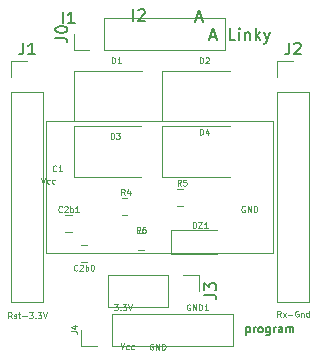
<source format=gto>
G04 #@! TF.GenerationSoftware,KiCad,Pcbnew,(6.0.11)*
G04 #@! TF.CreationDate,2023-12-04T17:04:48+01:00*
G04 #@! TF.ProjectId,PCB_Dongle_Linky,5043425f-446f-46e6-976c-655f4c696e6b,rev?*
G04 #@! TF.SameCoordinates,Original*
G04 #@! TF.FileFunction,Legend,Top*
G04 #@! TF.FilePolarity,Positive*
%FSLAX46Y46*%
G04 Gerber Fmt 4.6, Leading zero omitted, Abs format (unit mm)*
G04 Created by KiCad (PCBNEW (6.0.11)) date 2023-12-04 17:04:48*
%MOMM*%
%LPD*%
G01*
G04 APERTURE LIST*
%ADD10C,0.150000*%
%ADD11C,0.125000*%
%ADD12C,0.120000*%
G04 APERTURE END LIST*
D10*
X34311904Y-103066666D02*
X34788095Y-103066666D01*
X34216666Y-103352380D02*
X34550000Y-102352380D01*
X34883333Y-103352380D01*
X28973809Y-103302380D02*
X28973809Y-102302380D01*
X29402380Y-102397619D02*
X29450000Y-102350000D01*
X29545238Y-102302380D01*
X29783333Y-102302380D01*
X29878571Y-102350000D01*
X29926190Y-102397619D01*
X29973809Y-102492857D01*
X29973809Y-102588095D01*
X29926190Y-102730952D01*
X29354761Y-103302380D01*
X29973809Y-103302380D01*
D11*
X27904761Y-130576190D02*
X28071428Y-131076190D01*
X28238095Y-130576190D01*
X28619047Y-131052380D02*
X28571428Y-131076190D01*
X28476190Y-131076190D01*
X28428571Y-131052380D01*
X28404761Y-131028571D01*
X28380952Y-130980952D01*
X28380952Y-130838095D01*
X28404761Y-130790476D01*
X28428571Y-130766666D01*
X28476190Y-130742857D01*
X28571428Y-130742857D01*
X28619047Y-130766666D01*
X29047619Y-131052380D02*
X29000000Y-131076190D01*
X28904761Y-131076190D01*
X28857142Y-131052380D01*
X28833333Y-131028571D01*
X28809523Y-130980952D01*
X28809523Y-130838095D01*
X28833333Y-130790476D01*
X28857142Y-130766666D01*
X28904761Y-130742857D01*
X29000000Y-130742857D01*
X29047619Y-130766666D01*
X30669047Y-130650000D02*
X30621428Y-130626190D01*
X30550000Y-130626190D01*
X30478571Y-130650000D01*
X30430952Y-130697619D01*
X30407142Y-130745238D01*
X30383333Y-130840476D01*
X30383333Y-130911904D01*
X30407142Y-131007142D01*
X30430952Y-131054761D01*
X30478571Y-131102380D01*
X30550000Y-131126190D01*
X30597619Y-131126190D01*
X30669047Y-131102380D01*
X30692857Y-131078571D01*
X30692857Y-130911904D01*
X30597619Y-130911904D01*
X30907142Y-131126190D02*
X30907142Y-130626190D01*
X31192857Y-131126190D01*
X31192857Y-130626190D01*
X31430952Y-131126190D02*
X31430952Y-130626190D01*
X31550000Y-130626190D01*
X31621428Y-130650000D01*
X31669047Y-130697619D01*
X31692857Y-130745238D01*
X31716666Y-130840476D01*
X31716666Y-130911904D01*
X31692857Y-131007142D01*
X31669047Y-131054761D01*
X31621428Y-131102380D01*
X31550000Y-131126190D01*
X31430952Y-131126190D01*
X27361904Y-127276190D02*
X27671428Y-127276190D01*
X27504761Y-127466666D01*
X27576190Y-127466666D01*
X27623809Y-127490476D01*
X27647619Y-127514285D01*
X27671428Y-127561904D01*
X27671428Y-127680952D01*
X27647619Y-127728571D01*
X27623809Y-127752380D01*
X27576190Y-127776190D01*
X27433333Y-127776190D01*
X27385714Y-127752380D01*
X27361904Y-127728571D01*
X27885714Y-127728571D02*
X27909523Y-127752380D01*
X27885714Y-127776190D01*
X27861904Y-127752380D01*
X27885714Y-127728571D01*
X27885714Y-127776190D01*
X28076190Y-127276190D02*
X28385714Y-127276190D01*
X28219047Y-127466666D01*
X28290476Y-127466666D01*
X28338095Y-127490476D01*
X28361904Y-127514285D01*
X28385714Y-127561904D01*
X28385714Y-127680952D01*
X28361904Y-127728571D01*
X28338095Y-127752380D01*
X28290476Y-127776190D01*
X28147619Y-127776190D01*
X28100000Y-127752380D01*
X28076190Y-127728571D01*
X28528571Y-127276190D02*
X28695238Y-127776190D01*
X28861904Y-127276190D01*
X33780952Y-127300000D02*
X33733333Y-127276190D01*
X33661904Y-127276190D01*
X33590476Y-127300000D01*
X33542857Y-127347619D01*
X33519047Y-127395238D01*
X33495238Y-127490476D01*
X33495238Y-127561904D01*
X33519047Y-127657142D01*
X33542857Y-127704761D01*
X33590476Y-127752380D01*
X33661904Y-127776190D01*
X33709523Y-127776190D01*
X33780952Y-127752380D01*
X33804761Y-127728571D01*
X33804761Y-127561904D01*
X33709523Y-127561904D01*
X34019047Y-127776190D02*
X34019047Y-127276190D01*
X34304761Y-127776190D01*
X34304761Y-127276190D01*
X34542857Y-127776190D02*
X34542857Y-127276190D01*
X34661904Y-127276190D01*
X34733333Y-127300000D01*
X34780952Y-127347619D01*
X34804761Y-127395238D01*
X34828571Y-127490476D01*
X34828571Y-127561904D01*
X34804761Y-127657142D01*
X34780952Y-127704761D01*
X34733333Y-127752380D01*
X34661904Y-127776190D01*
X34542857Y-127776190D01*
X35304761Y-127776190D02*
X35019047Y-127776190D01*
X35161904Y-127776190D02*
X35161904Y-127276190D01*
X35114285Y-127347619D01*
X35066666Y-127395238D01*
X35019047Y-127419047D01*
X21204761Y-116576190D02*
X21371428Y-117076190D01*
X21538095Y-116576190D01*
X21919047Y-117052380D02*
X21871428Y-117076190D01*
X21776190Y-117076190D01*
X21728571Y-117052380D01*
X21704761Y-117028571D01*
X21680952Y-116980952D01*
X21680952Y-116838095D01*
X21704761Y-116790476D01*
X21728571Y-116766666D01*
X21776190Y-116742857D01*
X21871428Y-116742857D01*
X21919047Y-116766666D01*
X22347619Y-117052380D02*
X22300000Y-117076190D01*
X22204761Y-117076190D01*
X22157142Y-117052380D01*
X22133333Y-117028571D01*
X22109523Y-116980952D01*
X22109523Y-116838095D01*
X22133333Y-116790476D01*
X22157142Y-116766666D01*
X22204761Y-116742857D01*
X22300000Y-116742857D01*
X22347619Y-116766666D01*
X38419047Y-119000000D02*
X38371428Y-118976190D01*
X38300000Y-118976190D01*
X38228571Y-119000000D01*
X38180952Y-119047619D01*
X38157142Y-119095238D01*
X38133333Y-119190476D01*
X38133333Y-119261904D01*
X38157142Y-119357142D01*
X38180952Y-119404761D01*
X38228571Y-119452380D01*
X38300000Y-119476190D01*
X38347619Y-119476190D01*
X38419047Y-119452380D01*
X38442857Y-119428571D01*
X38442857Y-119261904D01*
X38347619Y-119261904D01*
X38657142Y-119476190D02*
X38657142Y-118976190D01*
X38942857Y-119476190D01*
X38942857Y-118976190D01*
X39180952Y-119476190D02*
X39180952Y-118976190D01*
X39300000Y-118976190D01*
X39371428Y-119000000D01*
X39419047Y-119047619D01*
X39442857Y-119095238D01*
X39466666Y-119190476D01*
X39466666Y-119261904D01*
X39442857Y-119357142D01*
X39419047Y-119404761D01*
X39371428Y-119452380D01*
X39300000Y-119476190D01*
X39180952Y-119476190D01*
D10*
X23023809Y-103502380D02*
X23023809Y-102502380D01*
X24023809Y-103502380D02*
X23452380Y-103502380D01*
X23738095Y-103502380D02*
X23738095Y-102502380D01*
X23642857Y-102645238D01*
X23547619Y-102740476D01*
X23452380Y-102788095D01*
X35511904Y-104616666D02*
X35988095Y-104616666D01*
X35416666Y-104902380D02*
X35750000Y-103902380D01*
X36083333Y-104902380D01*
G04 #@! TO.C,J0*
X22397380Y-104733333D02*
X23111666Y-104733333D01*
X23254523Y-104780952D01*
X23349761Y-104876190D01*
X23397380Y-105019047D01*
X23397380Y-105114285D01*
X22397380Y-104066666D02*
X22397380Y-103971428D01*
X22445000Y-103876190D01*
X22492619Y-103828571D01*
X22587857Y-103780952D01*
X22778333Y-103733333D01*
X23016428Y-103733333D01*
X23206904Y-103780952D01*
X23302142Y-103828571D01*
X23349761Y-103876190D01*
X23397380Y-103971428D01*
X23397380Y-104066666D01*
X23349761Y-104161904D01*
X23302142Y-104209523D01*
X23206904Y-104257142D01*
X23016428Y-104304761D01*
X22778333Y-104304761D01*
X22587857Y-104257142D01*
X22492619Y-104209523D01*
X22445000Y-104161904D01*
X22397380Y-104066666D01*
X37633333Y-104902380D02*
X37157142Y-104902380D01*
X37157142Y-103902380D01*
X37966666Y-104902380D02*
X37966666Y-104235714D01*
X37966666Y-103902380D02*
X37919047Y-103950000D01*
X37966666Y-103997619D01*
X38014285Y-103950000D01*
X37966666Y-103902380D01*
X37966666Y-103997619D01*
X38442857Y-104235714D02*
X38442857Y-104902380D01*
X38442857Y-104330952D02*
X38490476Y-104283333D01*
X38585714Y-104235714D01*
X38728571Y-104235714D01*
X38823809Y-104283333D01*
X38871428Y-104378571D01*
X38871428Y-104902380D01*
X39347619Y-104902380D02*
X39347619Y-103902380D01*
X39442857Y-104521428D02*
X39728571Y-104902380D01*
X39728571Y-104235714D02*
X39347619Y-104616666D01*
X40061904Y-104235714D02*
X40300000Y-104902380D01*
X40538095Y-104235714D02*
X40300000Y-104902380D01*
X40204761Y-105140476D01*
X40157142Y-105188095D01*
X40061904Y-105235714D01*
D11*
G04 #@! TO.C,R4*
X28266666Y-118026190D02*
X28100000Y-117788095D01*
X27980952Y-118026190D02*
X27980952Y-117526190D01*
X28171428Y-117526190D01*
X28219047Y-117550000D01*
X28242857Y-117573809D01*
X28266666Y-117621428D01*
X28266666Y-117692857D01*
X28242857Y-117740476D01*
X28219047Y-117764285D01*
X28171428Y-117788095D01*
X27980952Y-117788095D01*
X28695238Y-117692857D02*
X28695238Y-118026190D01*
X28576190Y-117502380D02*
X28457142Y-117859523D01*
X28766666Y-117859523D01*
G04 #@! TO.C,C2b0*
X24252380Y-124378571D02*
X24228571Y-124402380D01*
X24157142Y-124426190D01*
X24109523Y-124426190D01*
X24038095Y-124402380D01*
X23990476Y-124354761D01*
X23966666Y-124307142D01*
X23942857Y-124211904D01*
X23942857Y-124140476D01*
X23966666Y-124045238D01*
X23990476Y-123997619D01*
X24038095Y-123950000D01*
X24109523Y-123926190D01*
X24157142Y-123926190D01*
X24228571Y-123950000D01*
X24252380Y-123973809D01*
X24442857Y-123973809D02*
X24466666Y-123950000D01*
X24514285Y-123926190D01*
X24633333Y-123926190D01*
X24680952Y-123950000D01*
X24704761Y-123973809D01*
X24728571Y-124021428D01*
X24728571Y-124069047D01*
X24704761Y-124140476D01*
X24419047Y-124426190D01*
X24728571Y-124426190D01*
X24942857Y-124426190D02*
X24942857Y-123926190D01*
X24942857Y-124116666D02*
X24990476Y-124092857D01*
X25085714Y-124092857D01*
X25133333Y-124116666D01*
X25157142Y-124140476D01*
X25180952Y-124188095D01*
X25180952Y-124330952D01*
X25157142Y-124378571D01*
X25133333Y-124402380D01*
X25085714Y-124426190D01*
X24990476Y-124426190D01*
X24942857Y-124402380D01*
X25490476Y-123926190D02*
X25538095Y-123926190D01*
X25585714Y-123950000D01*
X25609523Y-123973809D01*
X25633333Y-124021428D01*
X25657142Y-124116666D01*
X25657142Y-124235714D01*
X25633333Y-124330952D01*
X25609523Y-124378571D01*
X25585714Y-124402380D01*
X25538095Y-124426190D01*
X25490476Y-124426190D01*
X25442857Y-124402380D01*
X25419047Y-124378571D01*
X25395238Y-124330952D01*
X25371428Y-124235714D01*
X25371428Y-124116666D01*
X25395238Y-124021428D01*
X25419047Y-123973809D01*
X25442857Y-123950000D01*
X25490476Y-123926190D01*
G04 #@! TO.C,D4*
X34630952Y-112926190D02*
X34630952Y-112426190D01*
X34750000Y-112426190D01*
X34821428Y-112450000D01*
X34869047Y-112497619D01*
X34892857Y-112545238D01*
X34916666Y-112640476D01*
X34916666Y-112711904D01*
X34892857Y-112807142D01*
X34869047Y-112854761D01*
X34821428Y-112902380D01*
X34750000Y-112926190D01*
X34630952Y-112926190D01*
X35345238Y-112592857D02*
X35345238Y-112926190D01*
X35226190Y-112402380D02*
X35107142Y-112759523D01*
X35416666Y-112759523D01*
G04 #@! TO.C,D1*
X27180952Y-106876190D02*
X27180952Y-106376190D01*
X27300000Y-106376190D01*
X27371428Y-106400000D01*
X27419047Y-106447619D01*
X27442857Y-106495238D01*
X27466666Y-106590476D01*
X27466666Y-106661904D01*
X27442857Y-106757142D01*
X27419047Y-106804761D01*
X27371428Y-106852380D01*
X27300000Y-106876190D01*
X27180952Y-106876190D01*
X27942857Y-106876190D02*
X27657142Y-106876190D01*
X27800000Y-106876190D02*
X27800000Y-106376190D01*
X27752380Y-106447619D01*
X27704761Y-106495238D01*
X27657142Y-106519047D01*
D10*
G04 #@! TO.C,J2*
X42186666Y-105122380D02*
X42186666Y-105836666D01*
X42139047Y-105979523D01*
X42043809Y-106074761D01*
X41900952Y-106122380D01*
X41805714Y-106122380D01*
X42615238Y-105217619D02*
X42662857Y-105170000D01*
X42758095Y-105122380D01*
X42996190Y-105122380D01*
X43091428Y-105170000D01*
X43139047Y-105217619D01*
X43186666Y-105312857D01*
X43186666Y-105408095D01*
X43139047Y-105550952D01*
X42567619Y-106122380D01*
X43186666Y-106122380D01*
D11*
X41460476Y-128336190D02*
X41293809Y-128098095D01*
X41174761Y-128336190D02*
X41174761Y-127836190D01*
X41365238Y-127836190D01*
X41412857Y-127860000D01*
X41436666Y-127883809D01*
X41460476Y-127931428D01*
X41460476Y-128002857D01*
X41436666Y-128050476D01*
X41412857Y-128074285D01*
X41365238Y-128098095D01*
X41174761Y-128098095D01*
X41627142Y-128336190D02*
X41889047Y-128002857D01*
X41627142Y-128002857D02*
X41889047Y-128336190D01*
X42079523Y-128145714D02*
X42460476Y-128145714D01*
X42960476Y-127860000D02*
X42912857Y-127836190D01*
X42841428Y-127836190D01*
X42770000Y-127860000D01*
X42722380Y-127907619D01*
X42698571Y-127955238D01*
X42674761Y-128050476D01*
X42674761Y-128121904D01*
X42698571Y-128217142D01*
X42722380Y-128264761D01*
X42770000Y-128312380D01*
X42841428Y-128336190D01*
X42889047Y-128336190D01*
X42960476Y-128312380D01*
X42984285Y-128288571D01*
X42984285Y-128121904D01*
X42889047Y-128121904D01*
X43198571Y-128002857D02*
X43198571Y-128336190D01*
X43198571Y-128050476D02*
X43222380Y-128026666D01*
X43270000Y-128002857D01*
X43341428Y-128002857D01*
X43389047Y-128026666D01*
X43412857Y-128074285D01*
X43412857Y-128336190D01*
X43865238Y-128336190D02*
X43865238Y-127836190D01*
X43865238Y-128312380D02*
X43817619Y-128336190D01*
X43722380Y-128336190D01*
X43674761Y-128312380D01*
X43650952Y-128288571D01*
X43627142Y-128240952D01*
X43627142Y-128098095D01*
X43650952Y-128050476D01*
X43674761Y-128026666D01*
X43722380Y-128002857D01*
X43817619Y-128002857D01*
X43865238Y-128026666D01*
D10*
G04 #@! TO.C,J1*
X19666666Y-105122380D02*
X19666666Y-105836666D01*
X19619047Y-105979523D01*
X19523809Y-106074761D01*
X19380952Y-106122380D01*
X19285714Y-106122380D01*
X20666666Y-106122380D02*
X20095238Y-106122380D01*
X20380952Y-106122380D02*
X20380952Y-105122380D01*
X20285714Y-105265238D01*
X20190476Y-105360476D01*
X20095238Y-105408095D01*
D11*
X18690476Y-128476190D02*
X18523809Y-128238095D01*
X18404761Y-128476190D02*
X18404761Y-127976190D01*
X18595238Y-127976190D01*
X18642857Y-128000000D01*
X18666666Y-128023809D01*
X18690476Y-128071428D01*
X18690476Y-128142857D01*
X18666666Y-128190476D01*
X18642857Y-128214285D01*
X18595238Y-128238095D01*
X18404761Y-128238095D01*
X18880952Y-128452380D02*
X18928571Y-128476190D01*
X19023809Y-128476190D01*
X19071428Y-128452380D01*
X19095238Y-128404761D01*
X19095238Y-128380952D01*
X19071428Y-128333333D01*
X19023809Y-128309523D01*
X18952380Y-128309523D01*
X18904761Y-128285714D01*
X18880952Y-128238095D01*
X18880952Y-128214285D01*
X18904761Y-128166666D01*
X18952380Y-128142857D01*
X19023809Y-128142857D01*
X19071428Y-128166666D01*
X19238095Y-128142857D02*
X19428571Y-128142857D01*
X19309523Y-127976190D02*
X19309523Y-128404761D01*
X19333333Y-128452380D01*
X19380952Y-128476190D01*
X19428571Y-128476190D01*
X19595238Y-128285714D02*
X19976190Y-128285714D01*
X20166666Y-127976190D02*
X20476190Y-127976190D01*
X20309523Y-128166666D01*
X20380952Y-128166666D01*
X20428571Y-128190476D01*
X20452380Y-128214285D01*
X20476190Y-128261904D01*
X20476190Y-128380952D01*
X20452380Y-128428571D01*
X20428571Y-128452380D01*
X20380952Y-128476190D01*
X20238095Y-128476190D01*
X20190476Y-128452380D01*
X20166666Y-128428571D01*
X20690476Y-128428571D02*
X20714285Y-128452380D01*
X20690476Y-128476190D01*
X20666666Y-128452380D01*
X20690476Y-128428571D01*
X20690476Y-128476190D01*
X20880952Y-127976190D02*
X21190476Y-127976190D01*
X21023809Y-128166666D01*
X21095238Y-128166666D01*
X21142857Y-128190476D01*
X21166666Y-128214285D01*
X21190476Y-128261904D01*
X21190476Y-128380952D01*
X21166666Y-128428571D01*
X21142857Y-128452380D01*
X21095238Y-128476190D01*
X20952380Y-128476190D01*
X20904761Y-128452380D01*
X20880952Y-128428571D01*
X21333333Y-127976190D02*
X21500000Y-128476190D01*
X21666666Y-127976190D01*
G04 #@! TO.C,J4*
X23741190Y-129566666D02*
X24098333Y-129566666D01*
X24169761Y-129590476D01*
X24217380Y-129638095D01*
X24241190Y-129709523D01*
X24241190Y-129757142D01*
X23907857Y-129114285D02*
X24241190Y-129114285D01*
X23717380Y-129233333D02*
X24074523Y-129352380D01*
X24074523Y-129042857D01*
D10*
X38550000Y-129200000D02*
X38550000Y-129900000D01*
X38550000Y-129233333D02*
X38616666Y-129200000D01*
X38750000Y-129200000D01*
X38816666Y-129233333D01*
X38850000Y-129266666D01*
X38883333Y-129333333D01*
X38883333Y-129533333D01*
X38850000Y-129600000D01*
X38816666Y-129633333D01*
X38750000Y-129666666D01*
X38616666Y-129666666D01*
X38550000Y-129633333D01*
X39183333Y-129666666D02*
X39183333Y-129200000D01*
X39183333Y-129333333D02*
X39216666Y-129266666D01*
X39250000Y-129233333D01*
X39316666Y-129200000D01*
X39383333Y-129200000D01*
X39716666Y-129666666D02*
X39650000Y-129633333D01*
X39616666Y-129600000D01*
X39583333Y-129533333D01*
X39583333Y-129333333D01*
X39616666Y-129266666D01*
X39650000Y-129233333D01*
X39716666Y-129200000D01*
X39816666Y-129200000D01*
X39883333Y-129233333D01*
X39916666Y-129266666D01*
X39950000Y-129333333D01*
X39950000Y-129533333D01*
X39916666Y-129600000D01*
X39883333Y-129633333D01*
X39816666Y-129666666D01*
X39716666Y-129666666D01*
X40550000Y-129200000D02*
X40550000Y-129766666D01*
X40516666Y-129833333D01*
X40483333Y-129866666D01*
X40416666Y-129900000D01*
X40316666Y-129900000D01*
X40250000Y-129866666D01*
X40550000Y-129633333D02*
X40483333Y-129666666D01*
X40350000Y-129666666D01*
X40283333Y-129633333D01*
X40250000Y-129600000D01*
X40216666Y-129533333D01*
X40216666Y-129333333D01*
X40250000Y-129266666D01*
X40283333Y-129233333D01*
X40350000Y-129200000D01*
X40483333Y-129200000D01*
X40550000Y-129233333D01*
X40883333Y-129666666D02*
X40883333Y-129200000D01*
X40883333Y-129333333D02*
X40916666Y-129266666D01*
X40950000Y-129233333D01*
X41016666Y-129200000D01*
X41083333Y-129200000D01*
X41616666Y-129666666D02*
X41616666Y-129300000D01*
X41583333Y-129233333D01*
X41516666Y-129200000D01*
X41383333Y-129200000D01*
X41316666Y-129233333D01*
X41616666Y-129633333D02*
X41550000Y-129666666D01*
X41383333Y-129666666D01*
X41316666Y-129633333D01*
X41283333Y-129566666D01*
X41283333Y-129500000D01*
X41316666Y-129433333D01*
X41383333Y-129400000D01*
X41550000Y-129400000D01*
X41616666Y-129366666D01*
X41950000Y-129666666D02*
X41950000Y-129200000D01*
X41950000Y-129266666D02*
X41983333Y-129233333D01*
X42050000Y-129200000D01*
X42150000Y-129200000D01*
X42216666Y-129233333D01*
X42250000Y-129300000D01*
X42250000Y-129666666D01*
X42250000Y-129300000D02*
X42283333Y-129233333D01*
X42350000Y-129200000D01*
X42450000Y-129200000D01*
X42516666Y-129233333D01*
X42550000Y-129300000D01*
X42550000Y-129666666D01*
D11*
G04 #@! TO.C,C2b1*
X22952380Y-119428571D02*
X22928571Y-119452380D01*
X22857142Y-119476190D01*
X22809523Y-119476190D01*
X22738095Y-119452380D01*
X22690476Y-119404761D01*
X22666666Y-119357142D01*
X22642857Y-119261904D01*
X22642857Y-119190476D01*
X22666666Y-119095238D01*
X22690476Y-119047619D01*
X22738095Y-119000000D01*
X22809523Y-118976190D01*
X22857142Y-118976190D01*
X22928571Y-119000000D01*
X22952380Y-119023809D01*
X23142857Y-119023809D02*
X23166666Y-119000000D01*
X23214285Y-118976190D01*
X23333333Y-118976190D01*
X23380952Y-119000000D01*
X23404761Y-119023809D01*
X23428571Y-119071428D01*
X23428571Y-119119047D01*
X23404761Y-119190476D01*
X23119047Y-119476190D01*
X23428571Y-119476190D01*
X23642857Y-119476190D02*
X23642857Y-118976190D01*
X23642857Y-119166666D02*
X23690476Y-119142857D01*
X23785714Y-119142857D01*
X23833333Y-119166666D01*
X23857142Y-119190476D01*
X23880952Y-119238095D01*
X23880952Y-119380952D01*
X23857142Y-119428571D01*
X23833333Y-119452380D01*
X23785714Y-119476190D01*
X23690476Y-119476190D01*
X23642857Y-119452380D01*
X24357142Y-119476190D02*
X24071428Y-119476190D01*
X24214285Y-119476190D02*
X24214285Y-118976190D01*
X24166666Y-119047619D01*
X24119047Y-119095238D01*
X24071428Y-119119047D01*
G04 #@! TO.C,D3*
X27080952Y-113276190D02*
X27080952Y-112776190D01*
X27200000Y-112776190D01*
X27271428Y-112800000D01*
X27319047Y-112847619D01*
X27342857Y-112895238D01*
X27366666Y-112990476D01*
X27366666Y-113061904D01*
X27342857Y-113157142D01*
X27319047Y-113204761D01*
X27271428Y-113252380D01*
X27200000Y-113276190D01*
X27080952Y-113276190D01*
X27533333Y-112776190D02*
X27842857Y-112776190D01*
X27676190Y-112966666D01*
X27747619Y-112966666D01*
X27795238Y-112990476D01*
X27819047Y-113014285D01*
X27842857Y-113061904D01*
X27842857Y-113180952D01*
X27819047Y-113228571D01*
X27795238Y-113252380D01*
X27747619Y-113276190D01*
X27604761Y-113276190D01*
X27557142Y-113252380D01*
X27533333Y-113228571D01*
G04 #@! TO.C,R5*
X33016666Y-117226190D02*
X32850000Y-116988095D01*
X32730952Y-117226190D02*
X32730952Y-116726190D01*
X32921428Y-116726190D01*
X32969047Y-116750000D01*
X32992857Y-116773809D01*
X33016666Y-116821428D01*
X33016666Y-116892857D01*
X32992857Y-116940476D01*
X32969047Y-116964285D01*
X32921428Y-116988095D01*
X32730952Y-116988095D01*
X33469047Y-116726190D02*
X33230952Y-116726190D01*
X33207142Y-116964285D01*
X33230952Y-116940476D01*
X33278571Y-116916666D01*
X33397619Y-116916666D01*
X33445238Y-116940476D01*
X33469047Y-116964285D01*
X33492857Y-117011904D01*
X33492857Y-117130952D01*
X33469047Y-117178571D01*
X33445238Y-117202380D01*
X33397619Y-117226190D01*
X33278571Y-117226190D01*
X33230952Y-117202380D01*
X33207142Y-117178571D01*
G04 #@! TO.C,C1*
X22466666Y-115978571D02*
X22442857Y-116002380D01*
X22371428Y-116026190D01*
X22323809Y-116026190D01*
X22252380Y-116002380D01*
X22204761Y-115954761D01*
X22180952Y-115907142D01*
X22157142Y-115811904D01*
X22157142Y-115740476D01*
X22180952Y-115645238D01*
X22204761Y-115597619D01*
X22252380Y-115550000D01*
X22323809Y-115526190D01*
X22371428Y-115526190D01*
X22442857Y-115550000D01*
X22466666Y-115573809D01*
X22942857Y-116026190D02*
X22657142Y-116026190D01*
X22800000Y-116026190D02*
X22800000Y-115526190D01*
X22752380Y-115597619D01*
X22704761Y-115645238D01*
X22657142Y-115669047D01*
D10*
G04 #@! TO.C,J3*
X35007380Y-126483333D02*
X35721666Y-126483333D01*
X35864523Y-126530952D01*
X35959761Y-126626190D01*
X36007380Y-126769047D01*
X36007380Y-126864285D01*
X35007380Y-126102380D02*
X35007380Y-125483333D01*
X35388333Y-125816666D01*
X35388333Y-125673809D01*
X35435952Y-125578571D01*
X35483571Y-125530952D01*
X35578809Y-125483333D01*
X35816904Y-125483333D01*
X35912142Y-125530952D01*
X35959761Y-125578571D01*
X36007380Y-125673809D01*
X36007380Y-125959523D01*
X35959761Y-126054761D01*
X35912142Y-126102380D01*
D11*
G04 #@! TO.C,R6*
X29566666Y-121226190D02*
X29400000Y-120988095D01*
X29280952Y-121226190D02*
X29280952Y-120726190D01*
X29471428Y-120726190D01*
X29519047Y-120750000D01*
X29542857Y-120773809D01*
X29566666Y-120821428D01*
X29566666Y-120892857D01*
X29542857Y-120940476D01*
X29519047Y-120964285D01*
X29471428Y-120988095D01*
X29280952Y-120988095D01*
X29995238Y-120726190D02*
X29900000Y-120726190D01*
X29852380Y-120750000D01*
X29828571Y-120773809D01*
X29780952Y-120845238D01*
X29757142Y-120940476D01*
X29757142Y-121130952D01*
X29780952Y-121178571D01*
X29804761Y-121202380D01*
X29852380Y-121226190D01*
X29947619Y-121226190D01*
X29995238Y-121202380D01*
X30019047Y-121178571D01*
X30042857Y-121130952D01*
X30042857Y-121011904D01*
X30019047Y-120964285D01*
X29995238Y-120940476D01*
X29947619Y-120916666D01*
X29852380Y-120916666D01*
X29804761Y-120940476D01*
X29780952Y-120964285D01*
X29757142Y-121011904D01*
G04 #@! TO.C,DZ1*
X34042857Y-120826190D02*
X34042857Y-120326190D01*
X34161904Y-120326190D01*
X34233333Y-120350000D01*
X34280952Y-120397619D01*
X34304761Y-120445238D01*
X34328571Y-120540476D01*
X34328571Y-120611904D01*
X34304761Y-120707142D01*
X34280952Y-120754761D01*
X34233333Y-120802380D01*
X34161904Y-120826190D01*
X34042857Y-120826190D01*
X34495238Y-120326190D02*
X34828571Y-120326190D01*
X34495238Y-120826190D01*
X34828571Y-120826190D01*
X35280952Y-120826190D02*
X34995238Y-120826190D01*
X35138095Y-120826190D02*
X35138095Y-120326190D01*
X35090476Y-120397619D01*
X35042857Y-120445238D01*
X34995238Y-120469047D01*
G04 #@! TO.C,D2*
X34630952Y-106876190D02*
X34630952Y-106376190D01*
X34750000Y-106376190D01*
X34821428Y-106400000D01*
X34869047Y-106447619D01*
X34892857Y-106495238D01*
X34916666Y-106590476D01*
X34916666Y-106661904D01*
X34892857Y-106757142D01*
X34869047Y-106804761D01*
X34821428Y-106852380D01*
X34750000Y-106876190D01*
X34630952Y-106876190D01*
X35107142Y-106423809D02*
X35130952Y-106400000D01*
X35178571Y-106376190D01*
X35297619Y-106376190D01*
X35345238Y-106400000D01*
X35369047Y-106423809D01*
X35392857Y-106471428D01*
X35392857Y-106519047D01*
X35369047Y-106590476D01*
X35083333Y-106876190D01*
X35392857Y-106876190D01*
D12*
G04 #@! TO.C,J0*
X26545000Y-103070000D02*
X36765000Y-103070000D01*
X23945000Y-105730000D02*
X23945000Y-104400000D01*
X26545000Y-105730000D02*
X36765000Y-105730000D01*
X36765000Y-105730000D02*
X36765000Y-103070000D01*
X26545000Y-105730000D02*
X26545000Y-103070000D01*
X25275000Y-105730000D02*
X23945000Y-105730000D01*
G04 #@! TO.C,R4*
X28477064Y-119735000D02*
X28022936Y-119735000D01*
X28477064Y-118265000D02*
X28022936Y-118265000D01*
G04 #@! TO.C,C2b0*
X25061252Y-123735000D02*
X24538748Y-123735000D01*
X25061252Y-122265000D02*
X24538748Y-122265000D01*
G04 #@! TO.C,D4*
X31450000Y-112200000D02*
X37150000Y-112200000D01*
X31450000Y-112200000D02*
X31450000Y-116500000D01*
X31450000Y-116500000D02*
X37150000Y-116500000D01*
G04 #@! TO.C,D1*
X24000000Y-111800000D02*
X29700000Y-111800000D01*
X24000000Y-107500000D02*
X29700000Y-107500000D01*
X24000000Y-107500000D02*
X24000000Y-111800000D01*
G04 #@! TO.C,J2*
X41190000Y-109270000D02*
X43850000Y-109270000D01*
X43850000Y-109270000D02*
X43850000Y-127110000D01*
X41190000Y-106670000D02*
X42520000Y-106670000D01*
X41190000Y-127110000D02*
X43850000Y-127110000D01*
X41190000Y-109270000D02*
X41190000Y-127110000D01*
X41190000Y-108000000D02*
X41190000Y-106670000D01*
G04 #@! TO.C,J1*
X18670000Y-108000000D02*
X18670000Y-106670000D01*
X18670000Y-109270000D02*
X21330000Y-109270000D01*
X18670000Y-127110000D02*
X21330000Y-127110000D01*
X18670000Y-106670000D02*
X20000000Y-106670000D01*
X18670000Y-109270000D02*
X18670000Y-127110000D01*
X21330000Y-109270000D02*
X21330000Y-127110000D01*
G04 #@! TO.C,J4*
X25925000Y-130780000D02*
X24595000Y-130780000D01*
X27195000Y-130780000D02*
X37415000Y-130780000D01*
X27195000Y-130780000D02*
X27195000Y-128120000D01*
X37415000Y-130780000D02*
X37415000Y-128120000D01*
X24595000Y-130780000D02*
X24595000Y-129450000D01*
X27195000Y-128120000D02*
X37415000Y-128120000D01*
G04 #@! TO.C,C2b1*
X23238748Y-121185000D02*
X23761252Y-121185000D01*
X23238748Y-119715000D02*
X23761252Y-119715000D01*
G04 #@! TO.C,D3*
X23950000Y-112200000D02*
X23950000Y-116500000D01*
X23950000Y-112200000D02*
X29650000Y-112200000D01*
X23950000Y-116500000D02*
X29650000Y-116500000D01*
G04 #@! TO.C,R5*
X33177064Y-118985000D02*
X32722936Y-118985000D01*
X33177064Y-117515000D02*
X32722936Y-117515000D01*
G04 #@! TO.C,C1*
X21580000Y-111730000D02*
X21580000Y-122970000D01*
X21580000Y-111730000D02*
X40820000Y-111730000D01*
X40820000Y-111730000D02*
X40820000Y-122970000D01*
X21580000Y-122970000D02*
X40820000Y-122970000D01*
G04 #@! TO.C,J3*
X26815000Y-124820000D02*
X26815000Y-127480000D01*
X33225000Y-124820000D02*
X34555000Y-124820000D01*
X31955000Y-124820000D02*
X31955000Y-127480000D01*
X31955000Y-127480000D02*
X26815000Y-127480000D01*
X34555000Y-124820000D02*
X34555000Y-126150000D01*
X31955000Y-124820000D02*
X26815000Y-124820000D01*
G04 #@! TO.C,R6*
X29877064Y-121215000D02*
X29422936Y-121215000D01*
X29877064Y-122685000D02*
X29422936Y-122685000D01*
G04 #@! TO.C,DZ1*
X32200000Y-123000000D02*
X36100000Y-123000000D01*
X32200000Y-121000000D02*
X36100000Y-121000000D01*
X32200000Y-121000000D02*
X32200000Y-123000000D01*
G04 #@! TO.C,D2*
X31450000Y-111800000D02*
X37150000Y-111800000D01*
X31450000Y-107500000D02*
X31450000Y-111800000D01*
X31450000Y-107500000D02*
X37150000Y-107500000D01*
G04 #@! TD*
M02*

</source>
